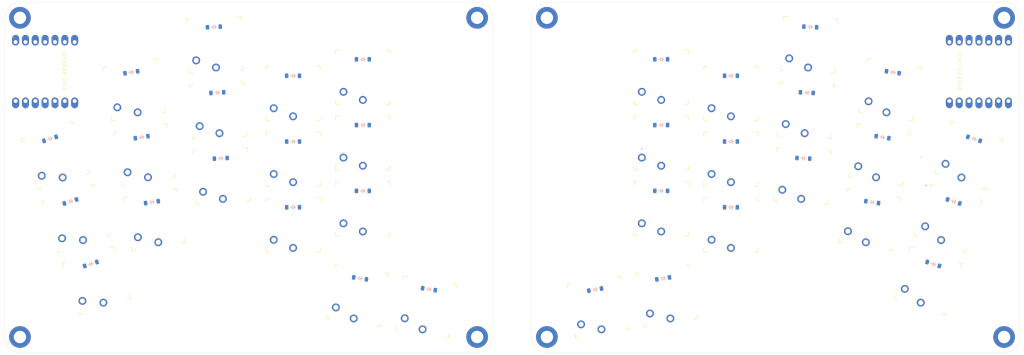
<source format=kicad_pcb>
(kicad_pcb (version 20241229) (generator "pcbnew") (generator_version "9.0")
  (title_block (title "Flexor Keyboard - Wired") (date "2025-08-14") (rev "A") (comment 1 "Wired Version") (comment 2 "34-Key Split Ergonomic Keyboard") (comment 4 "F L E X O R"))
  (layers (0 "F.Cu" signal) (2 "B.Cu" signal) (13 "F.Paste" user) (15 "B.Paste" user) (5 "F.SilkS" user "F.Silkscreen") (7 "B.SilkS" user "B.Silkscreen") (1 "F.Mask" user) (3 "B.Mask" user) (25 "Edge.Cuts" user))
  (net 0 "")
  (net 2 "Net-(D1-A)")
  (net 6 "ROW0_L")
  (net 7 "Net-(D2-A)")
  (net 8 "Net-(D3-A)")
  (net 9 "Net-(D4-A)")
  (net 10 "Net-(D5-A)")
  (net 12 "ROW1_L")
  (net 13 "Net-(D6-A)")
  (net 14 "COL0_L")
  (net 15 "Net-(D7-A)")
  (net 16 "Net-(D8-A)")
  (net 17 "Net-(D9-A)")
  (net 18 "Net-(D10-A)")
  (net 19 "ROW2_L")
  (net 20 "Net-(D11-A)")
  (net 21 "Net-(D12-A)")
  (net 22 "Net-(D13-A)")
  (net 23 "Net-(D14-A)")
  (net 24 "Net-(D15-A)")
  (net 25 "ROW3_L")
  (net 26 "Net-(D16-A)")
  (net 27 "Net-(D17-A)")
  (net 28 "Net-(D18-A)")
  (net 29 "ROW1_R")
  (net 30 "Net-(D19-A)")
  (net 31 "Net-(D20-A)")
  (net 32 "Net-(D21-A)")
  (net 33 "Net-(D22-A)")
  (net 34 "ROW2_R")
  (net 35 "Net-(D23-A)")
  (net 36 "Net-(D24-A)")
  (net 37 "Net-(D25-A)")
  (net 38 "Net-(D26-A)")
  (net 39 "Net-(D27-A)")
  (net 40 "Net-(D28-A)")
  (net 41 "ROW3_R")
  (net 42 "Net-(D29-A)")
  (net 43 "Net-(D30-A)")
  (net 44 "Net-(D31-A)")
  (net 45 "Net-(D32-A)")
  (net 46 "Net-(D33-A)")
  (net 47 "Net-(D34-A)")
  (net 48 "COL1_L")
  (net 49 "COL2_L")
  (net 50 "COL3_L")
  (net 51 "COL4_L")
  (net 52 "COL1_R")
  (net 53 "COL2_R")
  (net 54 "COL3_R")
  (net 55 "COL4_R")
  (net 58 "ROW0_R")
  (net 62 "COL0_R")
  (footprint "Diode:1N4148W_SOD-123_SMD" (layer "F.Cu") (at 188.499998 91.727657)
    (property "Reference" "D23" (hide yes))
    (property "Value" "1N4148W" (hide yes))
    (pad "1" smd roundrect (at 1.65 0 180) (size 0.9 1.2) (layers "B.Cu" "B.Mask" "B.Paste") (net 29 "ROW1_R"))
    (pad "2" smd roundrect (at -1.65 0 180) (size 0.9 1.2) (layers "B.Cu" "B.Mask" "B.Paste") (net 35 "Net-(D23-A)"))
  )
  (footprint "Kailh:PG1350_Choc_V1" (layer "F.Cu") (at 188.500002 96.327657)
    (property "Reference" "SW23")
    (property "Value" "PG1350" (hide yes))
    (pad "" np_thru_hole circle (at -5.5 0) (size 1.7018 1.7018) (drill 1.7018) (layers "*.Cu" "*.Mask"))
    (pad "" np_thru_hole circle (at 0 0) (size 3.429 3.429) (drill 3.429) (layers "*.Cu" "*.Mask"))
    (pad "" np_thru_hole circle (at 5.5 0) (size 1.7018 1.7018) (drill 1.7018) (layers "*.Cu" "*.Mask"))
    (pad "1" thru_hole circle (at 0 5.9) (size 2.032 2.032) (drill 1.27) (layers "*.Cu" "*.Mask") (net 55 "COL4_R"))
    (pad "2" thru_hole circle (at -5 3.8) (size 2.032 2.032) (drill 1.27) (layers "*.Cu" "*.Mask") (net 35 "Net-(D23-A)"))
  )
  (footprint "Mounting_Hole:3.2mm_M3_DIN965_Pad" (layer "F.Cu") (at 159 146.5)
    (property "Reference" "H7")
    (property "Value" "MountingHole")
    (pad "1" thru_hole circle (at 0 0) (size 5.6 5.6) (drill 3.2) (layers "*.Cu" "*.Mask"))
  )
  (footprint "Mounting_Hole:3.2mm_M3_DIN965_Pad" (layer "F.Cu") (at 159 64 180)
    (property "Reference" "H5")
    (property "Value" "MountingHole")
    (pad "1" thru_hole circle (at 0 0 180) (size 5.6 5.6) (drill 3.2) (layers "*.Cu" "*.Mask"))
  )
  (footprint "Kailh:PG1350_Choc_V1" (layer "F.Cu") (at 111.499996 79.327658)
    (property "Reference" "SW5")
    (property "Value" "PG1350" (hide yes))
    (pad "" np_thru_hole circle (at -5.5 0.000001) (size 1.7018 1.7018) (drill 1.7018) (layers "*.Cu" "*.Mask"))
    (pad "" np_thru_hole circle (at 0 0) (size 3.429 3.429) (drill 3.429) (layers "*.Cu" "*.Mask"))
    (pad "" np_thru_hole circle (at 5.5 -0.000001) (size 1.7018 1.7018) (drill 1.7018) (layers "*.Cu" "*.Mask"))
    (pad "1" thru_hole circle (at 0 5.9) (size 2.032 2.032) (drill 1.27) (layers "*.Cu" "*.Mask") (net 51 "COL4_L"))
    (pad "2" thru_hole circle (at -4.999999 3.800001) (size 2.032 2.032) (drill 1.27) (layers "*.Cu" "*.Mask") (net 10 "Net-(D5-A)"))
  )
  (footprint "Kailh:PG1350_Choc_V1" (layer "F.Cu") (at 111.499993 113.327657)
    (property "Reference" "SW15")
    (property "Value" "PG1350" (hide yes))
    (pad "" np_thru_hole circle (at -5.5 0.000001) (size 1.7018 1.7018) (drill 1.7018) (layers "*.Cu" "*.Mask"))
    (pad "" np_thru_hole circle (at 0 0) (size 3.429 3.429) (drill 3.429) (layers "*.Cu" "*.Mask"))
    (pad "" np_thru_hole circle (at 5.5 -0.000001) (size 1.7018 1.7018) (drill 1.7018) (layers "*.Cu" "*.Mask"))
    (pad "1" thru_hole circle (at 0 5.9) (size 2.032 2.032) (drill 1.27) (layers "*.Cu" "*.Mask") (net 51 "COL4_L"))
    (pad "2" thru_hole circle (at -4.999999 3.800001) (size 2.032 2.032) (drill 1.27) (layers "*.Cu" "*.Mask") (net 24 "Net-(D15-A)"))
  )
  (footprint "Mounting_Hole:3.2mm_M3_DIN965_Pad" (layer "F.Cu") (at 23 146.5)
    (property "Reference" "H3")
    (property "Value" "MountingHole")
    (pad "1" thru_hole circle (at 0 0) (size 5.6 5.6) (drill 3.2) (layers "*.Cu" "*.Mask"))
  )
  (footprint "Diode:1N4148W_SOD-123_SMD" (layer "F.Cu") (at 188.500001 74.727656)
    (property "Reference" "D18" (hide yes))
    (property "Value" "1N4148W" (hide yes))
    (pad "1" smd roundrect (at 1.65 0 180) (size 0.9 1.2) (layers "B.Cu" "B.Mask" "B.Paste") (net 58 "ROW0_R"))
    (pad "2" smd roundrect (at -1.65 0 180) (size 0.9 1.2) (layers "B.Cu" "B.Mask" "B.Paste") (net 28 "Net-(D18-A)"))
  )
  (footprint "Kailh:PG1350_Choc_V1" (layer "F.Cu") (at 55.121315 99.406368 9)
    (property "Reference" "SW7")
    (property "Value" "PG1350" (hide yes))
    (pad "" np_thru_hole circle (at -5.5 0 9) (size 1.7018 1.7018) (drill 1.7018) (layers "*.Cu" "*.Mask"))
    (pad "" np_thru_hole circle (at 0 0 9) (size 3.429 3.429) (drill 3.429) (layers "*.Cu" "*.Mask"))
    (pad "" np_thru_hole circle (at 5.5 0 9) (size 1.7018 1.7018) (drill 1.7018) (layers "*.Cu" "*.Mask"))
    (pad "1" thru_hole circle (at 0 5.9 9) (size 2.032 2.032) (drill 1.27) (layers "*.Cu" "*.Mask") (net 48 "COL1_L"))
    (pad "2" thru_hole circle (at -5.000001 3.800002 9) (size 2.032 2.032) (drill 1.27) (layers "*.Cu" "*.Mask") (net 15 "Net-(D7-A)"))
  )
  (footprint "Kailh:PG1350_Choc_V1" (layer "F.Cu") (at 206.499998 83.577661)
    (property "Reference" "SW19")
    (property "Value" "PG1350" (hide yes))
    (pad "" np_thru_hole circle (at -5.5 0) (size 1.7018 1.7018) (drill 1.7018) (layers "*.Cu" "*.Mask"))
    (pad "" np_thru_hole circle (at 0 0) (size 3.429 3.429) (drill 3.429) (layers "*.Cu" "*.Mask"))
    (pad "" np_thru_hole circle (at 5.5 0) (size 1.7018 1.7018) (drill 1.7018) (layers "*.Cu" "*.Mask"))
    (pad "1" thru_hole circle (at 0 5.9) (size 2.032 2.032) (drill 1.27) (layers "*.Cu" "*.Mask") (net 54 "COL3_R"))
    (pad "2" thru_hole circle (at -5 3.8) (size 2.032 2.032) (drill 1.27) (layers "*.Cu" "*.Mask") (net 30 "Net-(D19-A)"))
  )
  (footprint "Kailh:PG1350_Choc_V1" (layer "F.Cu") (at 42.70856 132.003421 18)
    (property "Reference" "SW11")
    (property "Value" "PG1350" (hide yes))
    (pad "" np_thru_hole circle (at -5.499999 0.000001 18) (size 1.7018 1.7018) (drill 1.7018) (layers "*.Cu" "*.Mask"))
    (pad "" np_thru_hole circle (at 0 0 18) (size 3.429 3.429) (drill 3.429) (layers "*.Cu" "*.Mask"))
    (pad "" np_thru_hole circle (at 5.499999 -0.000001 18) (size 1.7018 1.7018) (drill 1.7018) (layers "*.Cu" "*.Mask"))
    (pad "1" thru_hole circle (at 0.000001 5.900001 18) (size 2.032 2.032) (drill 1.27) (layers "*.Cu" "*.Mask") (net 14 "COL0_L"))
    (pad "2" thru_hole circle (at -4.999999 3.8 18) (size 2.032 2.032) (drill 1.27) (layers "*.Cu" "*.Mask") (net 20 "Net-(D11-A)"))
  )
  (footprint "Kailh:PG1350_Choc_V1" (layer "F.Cu") (at 32.201986 99.667498 18)
    (property "Reference" "SW1")
    (property "Value" "PG1350" (hide yes))
    (pad "" np_thru_hole circle (at -5.499999 0.000001 18) (size 1.7018 1.7018) (drill 1.7018) (layers "*.Cu" "*.Mask"))
    (pad "" np_thru_hole circle (at 0 0 18) (size 3.429 3.429) (drill 3.429) (layers "*.Cu" "*.Mask"))
    (pad "" np_thru_hole circle (at 5.499999 -0.000001 18) (size 1.7018 1.7018) (drill 1.7018) (layers "*.Cu" "*.Mask"))
    (pad "1" thru_hole circle (at 0.000001 5.900001 18) (size 2.032 2.032) (drill 1.27) (layers "*.Cu" "*.Mask") (net 14 "COL0_L"))
    (pad "2" thru_hole circle (at -4.999999 3.8 18) (size 2.032 2.032) (drill 1.27) (layers "*.Cu" "*.Mask") (net 2 "Net-(D1-A)"))
  )
  (footprint "Diode:1N4148W_SOD-123_SMD" (layer "F.Cu") (at 51.74236 78.072293 9)
    (property "Reference" "D2" (hide yes))
    (property "Value" "1N4148W" (hide yes))
    (pad "1" smd roundrect (at 1.65 0 189) (size 0.9 1.2) (layers "B.Cu" "B.Mask" "B.Paste") (net 6 "ROW0_L"))
    (pad "2" smd roundrect (at -1.65 0 189) (size 0.9 1.2) (layers "B.Cu" "B.Mask" "B.Paste") (net 7 "Net-(D2-A)"))
  )
  (footprint "Diode:1N4148W_SOD-123_SMD" (layer "F.Cu") (at 248.274304 78.072076 -9)
    (property "Reference" "D21" (hide yes))
    (property "Value" "1N4148W" (hide yes))
    (pad "1" smd roundrect (at 1.65 0 171) (size 0.9 1.2) (layers "B.Cu" "B.Mask" "B.Paste") (net 58 "ROW0_R"))
    (pad "2" smd roundrect (at -1.65 0 171) (size 0.9 1.2) (layers "B.Cu" "B.Mask" "B.Paste") (net 32 "Net-(D21-A)"))
  )
  (footprint "Diode:1N4148W_SOD-123_SMD" (layer "F.Cu") (at 73.047319 66.365711 3)
    (property "Reference" "D3" (hide yes))
    (property "Value" "1N4148W" (hide yes))
    (pad "1" smd roundrect (at 1.649999 -0.000001 183) (size 0.9 1.2) (layers "B.Cu" "B.Mask" "B.Paste") (net 6 "ROW0_L"))
    (pad "2" smd roundrect (at -1.649999 0.000001 183) (size 0.9 1.2) (layers "B.Cu" "B.Mask" "B.Paste") (net 8 "Net-(D3-A)"))
  )
  (footprint "Kailh:PG1350_Choc_V1" (layer "F.Cu") (at 267.815291 99.667306 -18)
    (property "Reference" "SW22")
    (property "Value" "PG1350" (hide yes))
    (pad "" np_thru_hole circle (at -5.5 0 342) (size 1.7018 1.7018) (drill 1.7018) (layers "*.Cu" "*.Mask"))
    (pad "" np_thru_hole circle (at 0 0 342) (size 3.429 3.429) (drill 3.429) (layers "*.Cu" "*.Mask"))
    (pad "" np_thru_hole circle (at 5.5 0 342) (size 1.7018 1.7018) (drill 1.7018) (layers "*.Cu" "*.Mask"))
    (pad "1" thru_hole circle (at 0 5.899999 342) (size 2.032 2.032) (drill 1.27) (layers "*.Cu" "*.Mask") (net 62 "COL0_R"))
    (pad "2" thru_hole circle (at -5 3.8 342) (size 2.032 2.032) (drill 1.27) (layers "*.Cu" "*.Mask") (net 33 "Net-(D22-A)"))
  )
  (footprint "Diode:1N4148W_SOD-123_SMD" (layer "F.Cu") (at 206.500003 95.977658)
    (property "Reference" "D24" (hide yes))
    (property "Value" "1N4148W" (hide yes))
    (pad "1" smd roundrect (at 1.65 0 180) (size 0.9 1.2) (layers "B.Cu" "B.Mask" "B.Paste") (net 29 "ROW1_R"))
    (pad "2" smd roundrect (at -1.65 0 180) (size 0.9 1.2) (layers "B.Cu" "B.Mask" "B.Paste") (net 36 "Net-(D24-A)"))
  )
  (footprint "Kailh:PG1350_Choc_V1" (layer "F.Cu") (at 127.837886 138.696737 -9)
    (property "Reference" "SW17")
    (property "Value" "PG1350" (hide yes))
    (pad "" np_thru_hole circle (at -5.5 0 351) (size 1.7018 1.7018) (drill 1.7018) (layers "*.Cu" "*.Mask"))
    (pad "" np_thru_hole circle (at 0 0 351) (size 3.429 3.429) (drill 3.429) (layers "*.Cu" "*.Mask"))
    (pad "" np_thru_hole circle (at 5.5 0 351) (size 1.7018 1.7018) (drill 1.7018) (layers "*.Cu" "*.Mask"))
    (pad "1" thru_hole circle (at 0 5.899999 351) (size 2.032 2.032) (drill 1.27) (layers "*.Cu" "*.Mask") (net 51 "COL4_L"))
    (pad "2" thru_hole circle (at -5 3.8 351) (size 2.032 2.032) (drill 1.27) (layers "*.Cu" "*.Mask") (net 27 "Net-(D17-A)"))
  )
  (footprint "Diode:1N4148W_SOD-123_SMD" (layer "F.Cu") (at 171.458153 134.252141 9.5)
    (property "Reference" "D33" (hide yes))
    (property "Value" "1N4148W" (hide yes))
    (pad "1" smd roundrect (at 1.65 0 189.5) (size 0.9 1.2) (layers "B.Cu" "B.Mask" "B.Paste") (net 41 "ROW3_R"))
    (pad "2" smd roundrect (at -1.65 0 189.5) (size 0.9 1.2) (layers "B.Cu" "B.Mask" "B.Paste") (net 46 "Net-(D33-A)"))
  )
  (footprint "Mounting_Hole:3.2mm_M3_DIN965_Pad" (layer "F.Cu") (at 141 64 180)
    (property "Reference" "H2")
    (property "Value" "MountingHole")
    (pad "1" thru_hole circle (at 0 0 180) (size 5.6 5.6) (drill 3.2) (layers "*.Cu" "*.Mask"))
  )
  (footprint "Diode:1N4148W_SOD-123_SMD" (layer "F.Cu") (at 30.780506 95.292645 18)
    (property "Reference" "D1" (hide yes))
    (property "Value" "1N4148W" (hide yes))
    (pad "1" smd roundrect (at 1.65 0 198) (size 0.9 1.2) (layers "B.Cu" "B.Mask" "B.Paste") (net 6 "ROW0_L"))
    (pad "2" smd roundrect (at -1.65 0 198) (size 0.9 1.2) (layers "B.Cu" "B.Mask" "B.Paste") (net 2 "Net-(D1-A)"))
  )
  (footprint "Diode:1N4148W_SOD-123_SMD" (layer "F.Cu") (at 111.499995 108.727658)
    (property "Reference" "D15" (hide yes))
    (property "Value" "1N4148W" (hide yes))
    (pad "1" smd roundrect (at 1.65 0 180) (size 0.9 1.2) (layers "B.Cu" "B.Mask" "B.Paste") (net 19 "ROW2_L"))
    (pad "2" smd roundrect (at -1.65 0 180) (size 0.9 1.2) (layers "B.Cu" "B.Mask" "B.Paste") (net 24 "Net-(D15-A)"))
  )
  (footprint "Kailh:PG1350_Choc_V1" (layer "F.Cu") (at 188.499996 79.327659)
    (property "Reference" "SW18")
    (property "Value" "PG1350" (hide yes))
    (pad "" np_thru_hole circle (at -5.5 0) (size 1.7018 1.7018) (drill 1.7018) (layers "*.Cu" "*.Mask"))
    (pad "" np_thru_hole circle (at 0 0) (size 3.429 3.429) (drill 3.429) (layers "*.Cu" "*.Mask"))
    (pad "" np_thru_hole circle (at 5.5 0) (size 1.7018 1.7018) (drill 1.7018) (layers "*.Cu" "*.Mask"))
    (pad "1" thru_hole circle (at 0 5.9) (size 2.032 2.032) (drill 1.27) (layers "*.Cu" "*.Mask") (net 55 "COL4_R"))
    (pad "2" thru_hole circle (at -5 3.8) (size 2.032 2.032) (drill 1.27) (layers "*.Cu" "*.Mask") (net 28 "Net-(D18-A)"))
  )
  (footprint "Diode:1N4148W_SOD-123_SMD" (layer "F.Cu") (at 242.955536 111.653488 -9)
    (property "Reference" "D31" (hide yes))
    (property "Value" "1N4148W" (hide yes))
    (pad "1" smd roundrect (at 1.65 0 171) (size 0.9 1.2) (layers "B.Cu" "B.Mask" "B.Paste") (net 34 "ROW2_R"))
    (pad "2" smd roundrect (at -1.65 0 171) (size 0.9 1.2) (layers "B.Cu" "B.Mask" "B.Paste") (net 44 "Net-(D31-A)"))
  )
  (footprint "Kailh:PG1350_Choc_V1" (layer "F.Cu") (at 93.499997 83.57766)
    (property "Reference" "SW4")
    (property "Value" "PG1350" (hide yes))
    (pad "" np_thru_hole circle (at -5.5 0.000001) (size 1.7018 1.7018) (drill 1.7018) (layers "*.Cu" "*.Mask"))
    (pad "" np_thru_hole circle (at 0 0) (size 3.429 3.429) (drill 3.429) (layers "*.Cu" "*.Mask"))
    (pad "" np_thru_hole circle (at 5.5 -0.000001) (size 1.7018 1.7018) (drill 1.7018) (layers "*.Cu" "*.Mask"))
    (pad "1" thru_hole circle (at 0 5.9) (size 2.032 2.032) (drill 1.27) (layers "*.Cu" "*.Mask") (net 50 "COL3_L"))
    (pad "2" thru_hole circle (at -4.999999 3.800001) (size 2.032 2.032) (drill 1.27) (layers "*.Cu" "*.Mask") (net 9 "Net-(D4-A)"))
  )
  (footprint "Seed Studio:XIAO_RP2040_SMD" (layer "F.Cu") (at 270.5 77.879994 -90)
    (property "Reference" "U2" (hide yes))
    (property "Value" "RP2040" (hide yes))
    (fp_text user "XIAO RP2040" (at 0 5.6 270) (layer "F.SilkS") (effects (font (thickness 0.1)) (justify bottom)))
    (pad "1" thru_hole oval (at -7.61 -7.62 270) (size 2.75 1.8) (drill 1 (offset -0.475 0)) (layers "*.Cu" "*.Mask") (net 58 "ROW0_R"))
    (pad "2" thru_hole oval (at -7.61 -5.08 270) (size 2.75 1.8) (drill 1 (offset -0.475 0)) (layers "*.Cu" "*.Mask") (net 29 "ROW1_R"))
    (pad "3" thru_hole oval (at -7.61 -2.54 270) (size 2.75 1.8) (drill 1 (offset -0.475 0)) (layers "*.Cu" "*.Mask") (net 34 "ROW2_R"))
    (pad "4" thru_hole oval (at -7.61 0 270) (size 2.75 1.8) (drill 1 (offset -0.475 0)) (layers "*.Cu" "*.Mask") (net 41 "ROW3_R"))
    (pad "5" thru_hole oval (at -7.61 2.54 270) (size 2.75 1.8) (drill 1 (offset -0.475 0)) (layers "*.Cu" "*.Mask") (net 62 "COL0_R"))
    (pad "6" thru_hole oval (at -7.61 5.08 270) (size 2.75 1.8) (drill 1 (offset -0.475 0)) (layers "*.Cu" "*.Mask") (net 52 "COL1_R"))
    (pad "7" thru_hole oval (at -7.61 7.62 270) (size 2.75 1.8) (drill 1 (offset -0.475 0)) (layers "*.Cu" "*.Mask"))
    (pad "8" thru_hole oval (at 7.63 7.62 90) (size 2.75 1.8) (drill 1 (offset -0.475 0)) (layers "*.Cu" "*.Mask"))
    (pad "9" thru_hole oval (at 7.63 5.08 90) (size 2.75 1.8) (drill 1 (offset -0.475 0)) (layers "*.Cu" "*.Mask") (net 55 "COL4_R"))
    (pad "10" thru_hole oval (at 7.63 2.54 90) (size 2.75 1.8) (drill 1 (offset -0.475 0)) (layers "*.Cu" "*.Mask") (net 54 "COL3_R"))
    (pad "11" thru_hole oval (at 7.63 0 90) (size 2.75 1.8) (drill 1 (offset -0.475 0)) (layers "*.Cu" "*.Mask") (net 53 "COL2_R"))
    (pad "12" thru_hole oval (at 7.63 -2.54 90) (size 2.75 1.8) (drill 1 (offset -0.475 0)) (layers "*.Cu" "*.Mask"))
    (pad "13" thru_hole oval (at 7.63 -5.08 90) (size 2.75 1.8) (drill 1 (offset -0.475 0)) (layers "*.Cu" "*.Mask") (thermal_bridge_width 0.8))
    (pad "14" thru_hole oval (at 7.63 -7.62 90) (size 2.75 1.8) (drill 1 (offset -0.475 0)) (layers "*.Cu" "*.Mask"))
  )
  (footprint "Diode:1N4148W_SOD-123_SMD" (layer "F.Cu") (at 189.004473 131.356951 9)
    (property "Reference" "D34" (hide yes))
    (property "Value" "1N4148W" (hide yes))
    (pad "1" smd roundrect (at 1.65 0 189) (size 0.9 1.2) (layers "B.Cu" "B.Mask" "B.Paste") (net 41 "ROW3_R"))
    (pad "2" smd roundrect (at -1.65 0 189) (size 0.9 1.2) (layers "B.Cu" "B.Mask" "B.Paste") (net 47 "Net-(D34-A)"))
  )
  (footprint "Kailh:PG1350_Choc_V1" (layer "F.Cu") (at 93.499994 117.577655)
    (property "Reference" "SW14")
    (property "Value" "PG1350" (hide yes))
    (pad "" np_thru_hole circle (at -5.5 0.000001) (size 1.7018 1.7018) (drill 1.7018) (layers "*.Cu" "*.Mask"))
    (pad "" np_thru_hole circle (at 0 0) (size 3.429 3.429) (drill 3.429) (layers "*.Cu" "*.Mask"))
    (pad "" np_thru_hole circle (at 5.5 -0.000001) (size 1.7018 1.7018) (drill 1.7018) (layers "*.Cu" "*.Mask"))
    (pad "1" thru_hole circle (at 0 5.9) (size 2.032 2.032) (drill 1.27) (layers "*.Cu" "*.Mask") (net 50 "COL3_L"))
    (pad "2" thru_hole circle (at -4.999999 3.800001) (size 2.032 2.032) (drill 1.27) (layers "*.Cu" "*.Mask") (net 23 "Net-(D14-A)"))
  )
  (footprint "Kailh:PG1350_Choc_V1" (layer "F.Cu") (at 206.500005 100.577659)
    (property "Reference" "SW24")
    (property "Value" "PG1350" (hide yes))
    (pad "" np_thru_hole circle (at -5.5 0) (size 1.7018 1.7018) (drill 1.7018) (layers "*.Cu" "*.Mask"))
    (pad "" np_thru_hole circle (at 0 0) (size 3.429 3.429) (drill 3.429) (layers "*.Cu" "*.Mask"))
    (pad "" np_thru_hole circle (at 5.5 0) (size 1.7018 1.7018) (drill 1.7018) (layers "*.Cu" "*.Mask"))
    (pad "1" thru_hole circle (at 0 5.9) (size 2.032 2.032) (drill 1.27) (layers "*.Cu" "*.Mask") (net 54 "COL3_R"))
    (pad "2" thru_hole circle (at -5 3.8) (size 2.032 2.032) (drill 1.27) (layers "*.Cu" "*.Mask") (net 36 "Net-(D24-A)"))
  )
  (footprint "Kailh:PG1350_Choc_V1" (layer "F.Cu") (at 57.780701 116.197067 9)
    (property "Reference" "SW12")
    (property "Value" "PG1350" (hide yes))
    (pad "" np_thru_hole circle (at -5.5 0 9) (size 1.7018 1.7018) (drill 1.7018) (layers "*.Cu" "*.Mask"))
    (pad "" np_thru_hole circle (at 0 0 9) (size 3.429 3.429) (drill 3.429) (layers "*.Cu" "*.Mask"))
    (pad "" np_thru_hole circle (at 5.5 0 9) (size 1.7018 1.7018) (drill 1.7018) (layers "*.Cu" "*.Mask"))
    (pad "1" thru_hole circle (at 0 5.9 9) (size 2.032 2.032) (drill 1.27) (layers "*.Cu" "*.Mask") (net 48 "COL1_L"))
    (pad "2" thru_hole circle (at -5.000001 3.800002 9) (size 2.032 2.032) (drill 1.27) (layers "*.Cu" "*.Mask") (net 21 "Net-(D12-A)"))
  )
  (footprint "Kailh:PG1350_Choc_V1" (layer "F.Cu") (at 188.500001 113.327657)
    (property "Reference" "SW28")
    (property "Value" "PG1350" (hide yes))
    (pad "" np_thru_hole circle (at -5.5 0) (size 1.7018 1.7018) (drill 1.7018) (layers "*.Cu" "*.Mask"))
    (pad "" np_thru_hole circle (at 0 0) (size 3.429 3.429) (drill 3.429) (layers "*.Cu" "*.Mask"))
    (pad "" np_thru_hole circle (at 5.5 0) (size 1.7018 1.7018) (drill 1.7018) (layers "*.Cu" "*.Mask"))
    (pad "1" thru_hole circle (at 0 5.9) (size 2.032 2.032) (drill 1.27) (layers "*.Cu" "*.Mask") (net 55 "COL4_R"))
    (pad "2" thru_hole circle (at -5 3.8) (size 2.032 2.032) (drill 1.27) (layers "*.Cu" "*.Mask") (net 40 "Net-(D28-A)"))
  )
  (footprint "Kailh:PG1350_Choc_V1" (layer "F.Cu") (at 52.461941 82.615659 9)
    (property "Reference" "SW2")
    (property "Value" "PG1350" (hide yes))
    (pad "" np_thru_hole circle (at -5.5 0 9) (size 1.7018 1.7018) (drill 1.7018) (layers "*.Cu" "*.Mask"))
    (pad "" np_thru_hole circle (at 0 0 9) (size 3.429 3.429) (drill 3.429) (layers "*.Cu" "*.Mask"))
    (pad "" np_thru_hole circle (at 5.5 0 9) (size 1.7018 1.7018) (drill 1.7018) (layers "*.Cu" "*.Mask"))
    (pad "1" thru_hole circle (at 0 5.9 9) (size 2.032 2.032) (drill 1.27) (layers "*.Cu" "*.Mask") (net 48 "COL1_L"))
    (pad "2" thru_hole circle (at -5.000001 3.800002 9) (size 2.032 2.032) (drill 1.27) (layers "*.Cu" "*.Mask") (net 7 "Net-(D2-A)"))
  )
  (footprint "Kailh:PG1350_Choc_V1" (layer "F.Cu") (at 244.895338 99.406147 -8.999)
    (property "Reference" "SW26")
    (property "Value" "PG1350" (hide yes))
    (pad "" np_thru_hole circle (at -5.5 0 351.001) (size 1.7018 1.7018) (drill 1.7018) (layers "*.Cu" "*.Mask"))
    (pad "" np_thru_hole circle (at 0 0 351.001) (size 3.429 3.429) (drill 3.429) (layers "*.Cu" "*.Mask"))
    (pad "" np_thru_hole circle (at 5.5 0 351.001) (size 1.7018 1.7018) (drill 1.7018) (layers "*.Cu" "*.Mask"))
    (pad "1" thru_hole circle (at 0 5.9 351.001) (size 2.032 2.032) (drill 1.27) (layers "*.Cu" "*.Mask") (net 52 "COL1_R"))
    (pad "2" thru_hole circle (at -5 3.8 351.001) (size 2.032 2.032) (drill 1.27) (layers "*.Cu" "*.Mask") (net 38 "Net-(D26-A)"))
  )
  (footprint "Diode:1N4148W_SOD-123_SMD" (layer "F.Cu") (at 226.081603 83.342477 -3)
    (property "Reference" "D25" (hide yes))
    (property "Value" "1N4148W" (hide yes))
    (pad "1" smd roundrect (at 1.65 0 177) (size 0.9 1.2) (layers "B.Cu" "B.Mask" "B.Paste") (net 29 "ROW1_R"))
    (pad "2" smd roundrect (at -1.65 0 177) (size 0.9 1.2) (layers "B.Cu" "B.Mask" "B.Paste") (net 37 "Net-(D25-A)"))
  )
  (footprint "Diode:1N4148W_SOD-123_SMD" (layer "F.Cu") (at 206.500001 112.977659)
    (property "Reference" "D29" (hide yes))
    (property "Value" "1N4148W" (hide yes))
    (pad "1" smd roundrect (at 1.65 0 180) (size 0.9 1.2) (layers "B.Cu" "B.Mask" "B.Paste") (net 34 "ROW2_R"))
    (pad "2" smd roundrect (at -1.65 0 180) (size 0.9 1.2) (layers "B.Cu" "B.Mask" "B.Paste") (net 42 "Net-(D29-A)"))
  )
  (footprint "Diode:1N4148W_SOD-123_SMD" (layer "F.Cu") (at 36.03381 111.460597 18)
    (property "Reference" "D6" (hide yes))
    (property "Value" "1N4148W" (hide yes))
    (pad "1" smd roundrect (at 1.65 0 198) (size 0.9 1.2) (layers "B.Cu" "B.Mask" "B.Paste") (net 12 "ROW1_L"))
    (pad "2" smd roundrect (at -1.65 0 198) (size 0.9 1.2) (layers "B.Cu" "B.Mask" "B.Paste") (net 13 "Net-(D6-A)"))
  )
  (footprint "Kailh:PG1350_Choc_V1" (layer "F.Cu") (at 37.455288 115.835463 18)
    (property "Reference" "SW6")
    (property "Value" "PG1350" (hide yes))
    (pad "" np_thru_hole circle (at -5.499999 0.000001 18) (size 1.7018 1.7018) (drill 1.7018) (layers "*.Cu" "*.Mask"))
    (pad "" np_thru_hole circle (at 0 0 18) (size 3.429 3.429) (drill 3.429) (layers "*.Cu" "*.Mask"))
    (pad "" np_thru_hole circle (at 5.499999 -0.000001 18) (size 1.7018 1.7018) (drill 1.7018) (layers "*.Cu" "*.Mask"))
    (pad "1" thru_hole circle (at 0.000001 5.900001 18) (size 2.032 2.032) (drill 1.27) (layers "*.Cu" "*.Mask") (net 14 "COL0_L"))
    (pad "2" thru_hole circle (at -4.999999 3.8 18) (size 2.032 2.032) (drill 1.27) (layers "*.Cu" "*.Mask") (net 13 "Net-(D6-A)"))
  )
  (footprint "Kailh:PG1350_Choc_V1" (layer "F.Cu") (at 189.940498 135.880918 9)
    (property "Reference" "SW34")
    (property "Value" "PG1350" (hide yes))
    (pad "" np_thru_hole circle (at -5.5 0 9) (size 1.7018 1.7018) (drill 1.7018) (layers "*.Cu" "*.Mask"))
    (pad "" np_thru_hole circle (at 0 0 9) (size 3.429 3.429) (drill 3.429) (layers "*.Cu" "*.Mask"))
    (pad "" np_thru_hole circle (at 5.5 0 9) (size 1.7018 1.7018) (drill 1.7018) (layers "*.Cu" "*.Mask"))
    (pad "1" thru_hole circle (at 0 5.9 9) (size 2.032 2.032) (drill 1.27) (layers "*.Cu" "*.Mask") (net 54 "COL3_R"))
    (pad "2" thru_hole circle (at -5 3.8 9) (size 2.032 2.032) (drill 1.27) (layers "*.Cu" "*.Mask") (net 47 "Net-(D34-A)"))
  )
  (footprint "Diode:1N4148W_SOD-123_SMD" (layer "F.Cu") (at 111.500012 91.727658)
    (property "Reference" "D10" (hide yes))
    (property "Value" "1N4148W" (hide yes))
    (pad "1" smd roundrect (at 1.65 0 180) (size 0.9 1.2) (layers "B.Cu" "B.Mask" "B.Paste") (net 12 "ROW1_L"))
    (pad "2" smd roundrect (at -1.65 0 180) (size 0.9 1.2) (layers "B.Cu" "B.Mask" "B.Paste") (net 18 "Net-(D10-A)"))
  )
  (footprint "Diode:1N4148W_SOD-123_SMD" (layer "F.Cu") (at 57.061099 111.653702 9)
    (property "Reference" "D12" (hide yes))
    (property "Value" "1N4148W" (hide yes))
    (pad "1" smd roundrect (at 1.65 0 189) (size 0.9 1.2) (layers "B.Cu" "B.Mask" "B.Paste") (net 19 "ROW2_L"))
    (pad "2" smd roundrect (at -1.65 0 189) (size 0.9 1.2) (layers "B.Cu" "B.Mask" "B.Paste") (net 21 "Net-(D12-A)"))
  )
  (footprint "Kailh:PG1350_Choc_V1" (layer "F.Cu") (at 93.499997 100.577656)
    (property "Reference" "SW9")
    (property "Value" "PG1350" (hide yes))
    (pad "" np_thru_hole circle (at -5.5 0.000001) (size 1.7018 1.7018) (drill 1.7018) (layers "*.Cu" "*.Mask"))
    (pad "" np_thru_hole circle (at 0 0) (size 3.429 3.429) (drill 3.429) (layers "*.Cu" "*.Mask"))
    (pad "" np_thru_hole circle (at 5.5 -0.000001) (size 1.7018 1.7018) (drill 1.7018) (layers "*.Cu" "*.Mask"))
    (pad "1" thru_hole circle (at 0 5.9) (size 2.032 2.032) (drill 1.27) (layers "*.Cu" "*.Mask") (net 50 "COL3_L"))
    (pad "2" thru_hole circle (at -4.999999 3.800001) (size 2.032 2.032) (drill 1.27) (layers "*.Cu" "*.Mask") (net 17 "Net-(D9-A)"))
  )
  (footprint "Kailh:PG1350_Choc_V1" (layer "F.Cu") (at 73.28805 70.959407 3)
    (property "Reference" "SW3")
    (property "Value" "PG1350" (hide yes))
    (pad "" np_thru_hole circle (at -5.5 -0.000001 3) (size 1.7018 1.7018) (drill 1.7018) (layers "*.Cu" "*.Mask"))
    (pad "" np_thru_hole circle (at 0 0 3) (size 3.429 3.429) (drill 3.429) (layers "*.Cu" "*.Mask"))
    (pad "" np_thru_hole circle (at 5.5 0.000001 3) (size 1.7018 1.7018) (drill 1.7018) (layers "*.Cu" "*.Mask"))
    (pad "1" thru_hole circle (at 0 5.9 3) (size 2.032 2.032) (drill 1.27) (layers "*.Cu" "*.Mask") (net 49 "COL2_L"))
    (pad "2" thru_hole circle (at -5 3.8 3) (size 2.032 2.032) (drill 1.27) (layers "*.Cu" "*.Mask") (net 8 "Net-(D3-A)"))
  )
  (footprint "Diode:1N4148W_SOD-123_SMD" (layer "F.Cu") (at 41.2871 127.628558 18)
    (property "Reference" "D11" (hide yes))
    (property "Value" "1N4148W" (hide yes))
    (pad "1" smd roundrect (at 1.65 0 198) (size 0.9 1.2) (layers "B.Cu" "B.Mask" "B.Paste") (net 19 "ROW2_L"))
    (pad "2" smd roundrect (at -1.65 0 198) (size 0.9 1.2) (layers "B.Cu" "B.Mask" "B.Paste") (net 20 "Net-(D11-A)"))
  )
  (footprint "Diode:1N4148W_SOD-123_SMD" (layer "F.Cu") (at 263.983483 111.460412 -18)
    (property "Reference" "D27" (hide yes))
    (property "Value" "1N4148W" (hide yes))
    (pad "1" smd roundrect (at 1.65 0 162) (size 0.9 1.2) (layers "B.Cu" "B.Mask" "B.Paste") (net 29 "ROW1_R"))
    (pad "2" smd roundrect (at -1.65 0 162) (size 0.9 1.2) (layers "B.Cu" "B.Mask" "B.Paste") (net 39 "Net-(D27-A)"))
  )
  (footprint "Kailh:PG1350_Choc_V1" (layer "F.Cu") (at 74.177758 87.936108 3)
    (property "Reference" "SW8")
    (property "Value" "PG1350" (hide yes))
    (pad "" np_thru_hole circle (at -5.5 -0.000001 3) (size 1.7018 1.7018) (drill 1.7018) (layers "*.Cu" "*.Mask"))
    (pad "" np_thru_hole circle (at 0 0 3) (size 3.429 3.429) (drill 3.429) (layers "*.Cu" "*.Mask"))
    (pad "" np_thru_hole circle (at 5.5 0.000001 3) (size 1.7018 1.7018) (drill 1.7018) (layers "*.Cu" "*.Mask"))
    (pad "1" thru_hole circle (at 0 5.9 3) (size 2.032 2.032) (drill 1.27) (layers "*.Cu" "*.Mask") (net 49 "COL2_L"))
    (pad "2" thru_hole circle (at -5 3.8 3) (size 2.032 2.032) (drill 1.27) (layers "*.Cu" "*.Mask") (net 16 "Net-(D8-A)"))
  )
  (footprint "Kailh:PG1350_Choc_V1" (layer "F.Cu") (at 75.067472 104.912812 3)
    (property "Reference" "SW13")
    (property "Value" "PG1350" (hide yes))
    (pad "" np_thru_hole circle (at -5.5 -0.000001 3) (size 1.7018 1.7018) (drill 1.7018) (layers "*.Cu" "*.Mask"))
    (pad "" np_thru_hole circle (at 0 0 3) (size 3.429 3.429) (drill 3.429) (layers "*.Cu" "*.Mask"))
    (pad "" np_thru_hole circle (at 5.5 0.000001 3) (size 1.7018 1.7018) (drill 1.7018) (layers "*.Cu" "*.Mask"))
    (pad "1" thru_hole circle (at 0 5.9 3) (size 2.032 2.032) (drill 1.27) (layers "*.Cu" "*.Mask") (net 49 "COL2_L"))
    (pad "2" thru_hole circle (at -5 3.8 3) (size 2.032 2.032) (drill 1.27) (layers "*.Cu" "*.Mask") (net 22 "Net-(D13-A)"))
  )
  (footprint "Seed Studio:XIAO_RP2040_SMD" (layer "F.Cu") (at 29.5 77.9 90)
    (property "Reference" "U1" (hide yes))
    (property "Value" "RP2040" (hide yes))
    (fp_text user "XIAO RP2040" (at 0 5.6 90) (layer "F.SilkS") (effects (font (thickness 0.1)) (justify bottom)))
    (pad "1" thru_hole oval (at -7.61 -7.62 90) (size 2.75 1.8) (drill 1 (offset -0.475 0)) (layers "*.Cu" "*.Mask") (net 6 "ROW0_L"))
    (pad "2" thru_hole oval (at -7.61 -5.08 90) (size 2.75 1.8) (drill 1 (offset -0.475 0)) (layers "*.Cu" "*.Mask") (net 12 "ROW1_L"))
    (pad "3" thru_hole oval (at -7.61 -2.54 90) (size 2.75 1.8) (drill 1 (offset -0.475 0)) (layers "*.Cu" "*.Mask") (net 19 "ROW2_L"))
    (pad "4" thru_hole oval (at -7.61 0 90) (size 2.75 1.8) (drill 1 (offset -0.475 0)) (layers "*.Cu" "*.Mask") (net 25 "ROW3_L"))
    (pad "5" thru_hole oval (at -7.61 2.54 90) (size 2.75 1.8) (drill 1 (offset -0.475 0)) (layers "*.Cu" "*.Mask") (net 14 "COL0_L"))
    (pad "6" thru_hole oval (at -7.61 5.08 90) (size 2.75 1.8) (drill 1 (offset -0.475 0)) (layers "*.Cu" "*.Mask") (net 48 "COL1_L"))
    (pad "7" thru_hole oval (at -7.61 7.62 90) (size 2.75 1.8) (drill 1 (offset -0.475 0)) (layers "*.Cu" "*.Mask"))
    (pad "8" thru_hole oval (at 7.63 7.62 270) (size 2.75 1.8) (drill 1 (offset -0.475 0)) (layers "*.Cu" "*.Mask"))
    (pad "9" thru_hole oval (at 7.63 5.08 270) (size 2.75 1.8) (drill 1 (offset -0.475 0)) (layers "*.Cu" "*.Mask") (net 51 "COL4_L"))
    (pad "10" thru_hole oval (at 7.63 2.54 270) (size 2.75 1.8) (drill 1 (offset -0.475 0)) (layers "*.Cu" "*.Mask") (net 50 "COL3_L"))
    (pad "11" thru_hole oval (at 7.63 0 270) (size 2.75 1.8) (drill 1 (offset -0.475 0)) (layers "*.Cu" "*.Mask") (net 49 "COL2_L"))
    (pad "12" thru_hole oval (at 7.63 -2.54 270) (size 2.75 1.8) (drill 1 (offset -0.475 0)) (layers "*.Cu" "*.Mask"))
    (pad "13" thru_hole oval (at 7.63 -5.08 270) (size 2.75 1.8) (drill 1 (offset -0.475 0)) (layers "*.Cu" "*.Mask") (thermal_bridge_width 0.8))
    (pad "14" thru_hole oval (at 7.63 -7.62 270) (size 2.75 1.8) (drill 1 (offset -0.475 0)) (layers "*.Cu" "*.Mask"))
  )
  (footprint "Mounting_Hole:3.2mm_M3_DIN965_Pad" (layer "F.Cu") (at 277 64 180)
    (property "Reference" "H6")
    (property "Value" "MountingHole")
    (pad "1" thru_hole circle (at 0 0 180) (size 5.6 5.6) (drill 3.2) (layers "*.Cu" "*.Mask"))
  )
  (footprint "Diode:1N4148W_SOD-123_SMD" (layer "F.Cu") (at 206.500004 78.977657)
    (property "Reference" "D19" (hide yes))
    (property "Value" "1N4148W" (hide yes))
    (pad "1" smd roundrect (at 1.65 0 180) (size 0.9 1.2) (layers "B.Cu" "B.Mask" "B.Paste") (net 58 "ROW0_R"))
    (pad "2" smd roundrect (at -1.65 0 180) (size 0.9 1.2) (layers "B.Cu" "B.Mask" "B.Paste") (net 30 "Net-(D19-A)"))
  )
  (footprint "Kailh:PG1350_Choc_V1" (layer "F.Cu") (at 242.235934 116.196854 -8.999)
    (property "Reference" "SW31")
    (property "Value" "PG1350" (hide yes))
    (pad "" np_thru_hole circle (at -5.5 0 351.001) (size 1.7018 1.7018) (drill 1.7018) (layers "*.Cu" "*.Mask"))
    (pad "" np_thru_hole circle (at 0 0 351.001) (size 3.429 3.429) (drill 3.429) (layers "*.Cu" "*.Mask"))
    (pad "" np_thru_hole circle (at 5.5 0 351.001) (size 1.7018 1.7018) (drill 1.7018) (layers "*.Cu" "*.Mask"))
    (pad "1" thru_hole circle (at 0 5.9 351.001) (size 2.032 2.032) (drill 1.27) (layers "*.Cu" "*.Mask") (net 52 "COL1_R"))
    (pad "2" thru_hole circle (at -5 3.8 351.001) (size 2.032 2.032) (drill 1.27) (layers "*.Cu" "*.Mask") (net 44 "Net-(D31-A)"))
  )
  (footprint "Kailh:PG1350_Choc_V1" (layer "F.Cu") (at 262.562007 115.835277 -18)
    (property "Reference" "SW27")
    (property "Value" "PG1350" (hide yes))
    (pad "" np_thru_hole circle (at -5.5 0 342) (size 1.7018 1.7018) (drill 1.7018) (layers "*.Cu" "*.Mask"))
    (pad "" np_thru_hole circle (at 0 0 342) (size 3.429 3.429) (drill 3.429) (layers "*.Cu" "*.Mask"))
    (pad "" np_thru_hole circle (at 5.5 0 342) (size 1.7018 1.7018) (drill 1.7018) (layers "*.Cu" "*.Mask"))
    (pad "1" thru_hole circle (at 0 5.899999 342) (size 2.032 2.032) (drill 1.27) (layers "*.Cu" "*.Mask") (net 62 "COL0_R"))
    (pad "2" thru_hole circle (at -5 3.8 342) (size 2.032 2.032) (drill 1.27) (layers "*.Cu" "*.Mask") (net 39 "Net-(D27-A)"))
  )
  (footprint "Kailh:PG1350_Choc_V1" (layer "F.Cu") (at 225.838994 87.936077 -3)
    (property "Reference" "SW25")
    (property "Value" "PG1350" (hide yes))
    (pad "" np_thru_hole circle (at -5.5 0 357) (size 1.7018 1.7018) (drill 1.7018) (layers "*.Cu" "*.Mask"))
    (pad "" np_thru_hole circle (at 0 0 357) (size 3.429 3.429) (drill 3.429) (layers "*.Cu" "*.Mask"))
    (pad "" np_thru_hole circle (at 5.5 0 357) (size 1.7018 1.7018) (drill 1.7018) (layers "*.Cu" "*.Mask"))
    (pad "1" thru_hole circle (at 0 5.9 357) (size 2.032 2.032) (drill 1.27) (layers "*.Cu" "*.Mask") (net 53 "COL2_R"))
    (pad "2" thru_hole circle (at -5 3.8 357) (size 2.032 2.032) (drill 1.27) (layers "*.Cu" "*.Mask") (net 37 "Net-(D25-A)"))
  )
  (footprint "Diode:1N4148W_SOD-123_SMD" (layer "F.Cu") (at 93.500012 78.977656)
    (property "Reference" "D4" (hide yes))
    (property "Value" "1N4148W" (hide yes))
    (pad "1" smd roundrect (at 1.65 0 180) (size 0.9 1.2) (layers "B.Cu" "B.Mask" "B.Paste") (net 6 "ROW0_L"))
    (pad "2" smd roundrect (at -1.65 0 180) (size 0.9 1.2) (layers "B.Cu" "B.Mask" "B.Paste") (net 9 "Net-(D4-A)"))
  )
  (footprint "Diode:1N4148W_SOD-123_SMD" (layer "F.Cu") (at 93.499996 95.977653)
    (property "Reference" "D9" (hide yes))
    (property "Value" "1N4148W" (hide yes))
    (pad "1" smd roundrect (at 1.65 0 180) (size 0.9 1.2) (layers "B.Cu" "B.Mask" "B.Paste") (net 12 "ROW1_L"))
    (pad "2" smd roundrect (at -1.65 0 180) (size 0.9 1.2) (layers "B.Cu" "B.Mask" "B.Paste") (net 17 "Net-(D9-A)"))
  )
  (footprint "Diode:1N4148W_SOD-123_SMD" (layer "F.Cu") (at 128.557492 134.153368 -9)
    (property "Reference" "D17" (hide yes))
    (property "Value" "1N4148W" (hide yes))
    (pad "1" smd roundrect (at 1.65 0 171) (size 0.9 1.2) (layers "B.Cu" "B.Mask" "B.Paste") (net 25 "ROW3_L"))
    (pad "2" smd roundrect (at -1.65 0 171) (size 0.9 1.2) (layers "B.Cu" "B.Mask" "B.Paste") (net 27 "Net-(D17-A)"))
  )
  (footprint "Kailh:PG1350_Choc_V1" (layer "F.Cu") (at 257.30871 132.003226 -18)
    (property "Reference" "SW32")
    (property "Value" "PG1350" (hide yes))
    (pad "" np_thru_hole circle (at -5.5 0 342) (size 1.7018 1.7018) (drill 1.7018) (layers "*.Cu" "*.Mask"))
    (pad "" np_thru_hole circle (at 0 0 342) (size 3.429 3.429) (drill 3.429) (layers "*.Cu" "*.Mask"))
    (pad "" np_thru_hole circle (at 5.5 0 342) (size 1.7018 1.7018) (drill 1.7018) (layers "*.Cu" "*.Mask"))
    (pad "1" thru_hole circle (at 0 5.899999 342) (size 2.032 2.032) (drill 1.27) (layers "*.Cu" "*.Mask") (net 62 "COL0_R"))
    (pad "2" thru_hole circle (at -5 3.8 342) (size 2.032 2.032) (drill 1.27) (layers "*.Cu" "*.Mask") (net 45 "Net-(D32-A)"))
  )
  (footprint "Mounting_Hole:3.2mm_M3_DIN965_Pad" (layer "F.Cu") (at 141 146.5)
    (property "Reference" "H4")
    (property "Value" "MountingHole")
    (pad "1" thru_hole circle (at 0 0) (size 5.6 5.6) (drill 3.2) (layers "*.Cu" "*.Mask"))
  )
  (footprint "Diode:1N4148W_SOD-123_SMD" (layer "F.Cu") (at 54.401713 94.862997 9)
    (property "Reference" "D7" (hide yes))
    (property "Value" "1N4148W" (hide yes))
    (pad "1" smd roundrect (at 1.65 0 189) (size 0.9 1.2) (layers "B.Cu" "B.Mask" "B.Paste") (net 12 "ROW1_L"))
    (pad "2" smd roundrect (at -1.65 0 189) (size 0.9 1.2) (layers "B.Cu" "B.Mask" "B.Paste") (net 15 "Net-(D7-A)"))
  )
  (footprint "Kailh:PG1350_Choc_V1" (layer "F.Cu") (at 110.059496 135.880916 -9)
    (property "Reference" "SW16")
    (property "Value" "PG1350" (hide yes))
    (pad "" np_thru_hole circle (at -5.5 0 351) (size 1.7018 1.7018) (drill 1.7018) (layers "*.Cu" "*.Mask"))
    (pad "" np_thru_hole circle (at 0 0 351) (size 3.429 3.429) (drill 3.429) (layers "*.Cu" "*.Mask"))
    (pad "" np_thru_hole circle (at 5.5 0 351) (size 1.7018 1.7018) (drill 1.7018) (layers "*.Cu" "*.Mask"))
    (pad "1" thru_hole circle (at 0 5.899999 351) (size 2.032 2.032) (drill 1.27) (layers "*.Cu" "*.Mask") (net 50 "COL3_L"))
    (pad "2" thru_hole circle (at -5 3.8 351) (size 2.032 2.032) (drill 1.27) (layers "*.Cu" "*.Mask") (net 26 "Net-(D16-A)"))
  )
  (footprint "Kailh:PG1350_Choc_V1" (layer "F.Cu") (at 224.949284 104.912778 -3)
    (property "Reference" "SW30")
    (property "Value" "PG1350" (hide yes))
    (pad "" np_thru_hole circle (at -5.5 0 357) (size 1.7018 1.7018) (drill 1.7018) (layers "*.Cu" "*.Mask"))
    (pad "" np_thru_hole circle (at 0 0 357) (size 3.429 3.429) (drill 3.429) (layers "*.Cu" "*.Mask"))
    (pad "" np_thru_hole circle (at 5.5 0 357) (size 1.7018 1.7018) (drill 1.7018) (layers "*.Cu" "*.Mask"))
    (pad "1" thru_hole circle (at 0 5.9 357) (size 2.032 2.032) (drill 1.27) (layers "*.Cu" "*.Mask") (net 53 "COL2_R"))
    (pad "2" thru_hole circle (at -5 3.8 357) (size 2.032 2.032) (drill 1.27) (layers "*.Cu" "*.Mask") (net 43 "Net-(D30-A)"))
  )
  (footprint "Kailh:PG1350_Choc_V1" (layer "F.Cu") (at 172.162108 138.696739 9)
    (property "Reference" "SW33")
    (property "Value" "PG1350" (hide yes))
    (pad "" np_thru_hole circle (at -5.5 0 9) (size 1.7018 1.7018) (drill 1.7018) (layers "*.Cu" "*.Mask"))
    (pad "" np_thru_hole circle (at 0 0 9) (size 3.429 3.429) (drill 3.429) (layers "*.Cu" "*.Mask"))
    (pad "" np_thru_hole circle (at 5.5 0 9) (size 1.7018 1.7018) (drill 1.7018) (layers "*.Cu" "*.Mask"))
    (pad "1" thru_hole circle (at 0 5.9 9) (size 2.032 2.032) (drill 1.27) (layers "*.Cu" "*.Mask") (net 55 "COL4_R"))
    (pad "2" thru_hole circle (at -5 3.8 9) (size 2.032 2.032) (drill 1.27) (layers "*.Cu" "*.Mask") (net 46 "Net-(D33-A)"))
  )
  (footprint "Diode:1N4148W_SOD-123_SMD" (layer "F.Cu") (at 111.500009 74.727656)
    (property "Reference" "D5" (hide yes))
    (property "Value" "1N4148W" (hide yes))
    (pad "1" smd roundrect (at 1.65 0 180) (size 0.9 1.2) (layers "B.Cu" "B.Mask" "B.Paste") (net 6 "ROW0_L"))
    (pad "2" smd roundrect (at -1.65 0 180) (size 0.9 1.2) (layers "B.Cu" "B.Mask" "B.Paste") (net 10 "Net-(D5-A)"))
  )
  (footprint "Kailh:PG1350_Choc_V1" (layer "F.Cu") (at 206.5 117.577657)
    (property "Reference" "SW29")
    (property "Value" "PG1350" (hide yes))
    (pad "" np_thru_hole circle (at -5.5 0) (size 1.7018 1.7018) (drill 1.7018) (layers "*.Cu" "*.Mask"))
    (pad "" np_thru_hole circle (at 0 0) (size 3.429 3.429) (drill 3.429) (layers "*.Cu" "*.Mask"))
    (pad "" np_thru_hole circle (at 5.5 0) (size 1.7018 1.7018) (drill 1.7018) (layers "*.Cu" "*.Mask"))
    (pad "1" thru_hole circle (at 0 5.9) (size 2.032 2.032) (drill 1.27) (layers "*.Cu" "*.Mask") (net 54 "COL3_R"))
    (pad "2" thru_hole circle (at -5 3.8) (size 2.032 2.032) (drill 1.27) (layers "*.Cu" "*.Mask") (net 42 "Net-(D29-A)"))
  )
  (footprint "Diode:1N4148W_SOD-123_SMD" (layer "F.Cu") (at 225.190031 100.319083 -3)
    (property "Reference" "D30" (hide yes))
    (property "Value" "1N4148W" (hide yes))
    (pad "1" smd roundrect (at 1.65 0 177) (size 0.9 1.2) (layers "B.Cu" "B.Mask" "B.Paste") (net 34 "ROW2_R"))
    (pad "2" smd roundrect (at -1.65 0 177) (size 0.9 1.2) (layers "B.Cu" "B.Mask" "B.Paste") (net 43 "Net-(D30-A)"))
  )
  (footprint "Mounting_Hole:3.2mm_M3_DIN965_Pad" (layer "F.Cu") (at 277 146.5)
    (property "Reference" "H8")
    (property "Value" "MountingHole")
    (pad "1" thru_hole circle (at 0 0) (size 5.6 5.6) (drill 3.2) (layers "*.Cu" "*.Mask"))
  )
  (footprint "Diode:1N4148W_SOD-123_SMD" (layer "F.Cu") (at 188.499993 108.727656)
    (property "Reference" "D28" (hide yes))
    (property "Value" "1N4148W" (hide yes))
    (pad "1" smd roundrect (at 1.65 0 180) (size 0.9 1.2) (layers "B.Cu" "B.Mask" "B.Paste") (net 34 "ROW2_R"))
    (pad "2" smd roundrect (at -1.65 0 180) (size 0.9 1.2) (layers "B.Cu" "B.Mask" "B.Paste") (net 40 "Net-(D28-A)"))
  )
  (footprint "Kailh:PG1350_Choc_V1" (layer "F.Cu") (at 247.554708 82.615444 -8.999)
    (property "Reference" "SW21")
    (property "Value" "PG1350" (hide yes))
    (pad "" np_thru_hole circle (at -5.5 0 351.001) (size 1.7018 1.7018) (drill 1.7018) (layers "*.Cu" "*.Mask"))
    (pad "" np_thru_hole circle (at 0 0 351.001) (size 3.429 3.429) (drill 3.429) (layers "*.Cu" "*.Mask"))
    (pad "" np_thru_hole circle (at 5.5 0 351.001) (size 1.7018 1.7018) (drill 1.7018) (layers "*.Cu" "*.Mask"))
    (pad "1" thru_hole circle (at 0 5.9 351.001) (size 2.032 2.032) (drill 1.27) (layers "*.Cu" "*.Mask") (net 52 "COL1_R"))
    (pad "2" thru_hole circle (at -5 3.8 351.001) (size 2.032 2.032) (drill 1.27) (layers "*.Cu" "*.Mask") (net 32 "Net-(D21-A)"))
  )
  (footprint "Diode:1N4148W_SOD-123_SMD" (layer "F.Cu") (at 258.730186 127.628361 -18)
    (property "Reference" "D32" (hide yes))
    (property "Value" "1N4148W" (hide yes))
    (pad "1" smd roundrect (at 1.65 0 162) (size 0.9 1.2) (layers "B.Cu" "B.Mask" "B.Paste") (net 34 "ROW2_R"))
    (pad "2" smd roundrect (at -1.65 0 162) (size 0.9 1.2) (layers "B.Cu" "B.Mask" "B.Paste") (net 45 "Net-(D32-A)"))
  )
  (footprint "Diode:1N4148W_SOD-123_SMD" (layer "F.Cu") (at 74.826724 100.319117 3)
    (property "Reference" "D13" (hide yes))
    (property "Value" "1N4148W" (hide yes))
    (pad "1" smd roundrect (at 1.649999 -0.000001 183) (size 0.9 1.2) (layers "B.Cu" "B.Mask" "B.Paste") (net 19 "ROW2_L"))
    (pad "2" smd roundrect (at -1.649999 0.000001 183) (size 0.9 1.2) (layers "B.Cu" "B.Mask" "B.Paste") (net 22 "Net-(D13-A)"))
  )
  (footprint "Mounting_Hole:3.2mm_M3_DIN965_Pad" (layer "F.Cu") (at 23 64 180)
    (property "Reference" "H1")
    (property "Value" "MountingHole")
    (pad "1" thru_hole circle (at 0 0 180) (size 5.6 5.6) (drill 3.2) (layers "*.Cu" "*.Mask"))
  )
  (footprint "Diode:1N4148W_SOD-123_SMD" (layer "F.Cu") (at 73.937014 83.342412 3)
    (property "Reference" "D8" (hide yes))
    (property "Value" "1N4148W" (hide yes))
    (pad "1" smd roundrect (at 1.649999 -0.000001 183) (size 0.9 1.2) (layers "B.Cu" "B.Mask" "B.Paste") (net 12 "ROW1_L"))
    (pad "2" smd roundrect (at -1.649999 0.000001 183) (size 0.9 1.2) (layers "B.Cu" "B.Mask" "B.Paste") (net 16 "Net-(D8-A)"))
  )
  (footprint "Diode:1N4148W_SOD-123_SMD" (layer "F.Cu") (at 93.500012 112.977654)
    (property "Reference" "D14" (hide yes))
    (property "Value" "1N4148W" (hide yes))
    (pad "1" smd roundrect (at 1.65 0 180) (size 0.9 1.2) (layers "B.Cu" "B.Mask" "B.Paste") (net 19 "ROW2_L"))
    (pad "2" smd roundrect (at -1.65 0 180) (size 0.9 1.2) (layers "B.Cu" "B.Mask" "B.Paste") (net 23 "Net-(D14-A)"))
  )
  (footprint "Kailh:PG1350_Choc_V1" (layer "F.Cu") (at 111.499994 96.327657)
    (property "Reference" "SW10")
    (property "Value" "PG1350" (hide yes))
    (pad "" np_thru_hole circle (at -5.5 0.000001) (size 1.7018 1.7018) (drill 1.7018) (layers "*.Cu" "*.Mask"))
    (pad "" np_thru_hole circle (at 0 0) (size 3.429 3.429) (drill 3.429) (layers "*.Cu" "*.Mask"))
    (pad "" np_thru_hole circle (at 5.5 -0.000001) (size 1.7018 1.7018) (drill 1.7018) (layers "*.Cu" "*.Mask"))
    (pad "1" thru_hole circle (at 0 5.9) (size 2.032 2.032) (drill 1.27) (layers "*.Cu" "*.Mask") (net 51 "COL4_L"))
    (pad "2" thru_hole circle (at -4.999999 3.800001) (size 2.032 2.032) (drill 1.27) (layers "*.Cu" "*.Mask") (net 18 "Net-(D10-A)"))
  )
  (footprint "Diode:1N4148W_SOD-123_SMD" (layer "F.Cu") (at 269.236766 95.292448 -18)
    (property "Reference" "D22" (hide yes))
    (property "Value" "1N4148W" (hide yes))
    (pad "1" smd roundrect (at 1.65 0 162) (size 0.9 1.2) (layers "B.Cu" "B.Mask" "B.Paste") (net 58 "ROW0_R"))
    (pad "2" smd roundrect (at -1.65 0 162) (size 0.9 1.2) (layers "B.Cu" "B.Mask" "B.Paste") (net 33 "Net-(D22-A)"))
  )
  (footprint "Diode:1N4148W_SOD-123_SMD" (layer "F.Cu") (at 245.614933 94.862785 -9)
    (property "Reference" "D26" (hide yes))
    (property "Value" "1N4148W" (hide yes))
    (pad "1" smd roundrect (at 1.65 0 171) (size 0.9 1.2) (layers "B.Cu" "B.Mask" "B.Paste") (net 29 "ROW1_R"))
    (pad "2" smd roundrect (at -1.65 0 171) (size 0.9 1.2) (layers "B.Cu" "B.Mask" "B.Paste") (net 38 "Net-(D26-A)"))
  )
  (footprint "Diode:1N4148W_SOD-123_SMD" (layer "F.Cu") (at 110.779095 131.337552 -9)
    (property "Reference" "D16" (hide yes))
    (property "Value" "1N4148W" (hide yes))
    (pad "1" smd roundrect (at 1.65 0 171) (size 0.9 1.2) (layers "B.Cu" "B.Mask" "B.Paste") (net 25 "ROW3_L"))
    (pad "2" smd roundrect (at -1.65 0 171) (size 0.9 1.2) (layers "B.Cu" "B.Mask" "B.Paste") (net 26 "Net-(D16-A)"))
  )
  (footprint "Diode:1N4148W_SOD-123_SMD" (layer "F.Cu") (at 226.969456 66.365679 -3)
    (property "Reference" "D20" (hide yes))
    (property "Value" "1N4148W" (hide yes))
    (pad "1" smd roundrect (at 1.65 0 177) (size 0.9 1.2) (layers "B.Cu" "B.Mask" "B.Paste") (net 58 "ROW0_R"))
    (pad "2" smd roundrect (at -1.65 0 177) (size 0.9 1.2) (layers "B.Cu" "B.Mask" "B.Paste") (net 31 "Net-(D20-A)"))
  )
  (footprint "Kailh:PG1350_Choc_V1" (layer "F.Cu") (at 226.728706 70.959375 -3)
    (property "Reference" "SW20")
    (property "Value" "PG1350" (hide yes))
    (pad "" np_thru_hole circle (at -5.5 0 357) (size 1.7018 1.7018) (drill 1.7018) (layers "*.Cu" "*.Mask"))
    (pad "" np_thru_hole circle (at 0 0 357) (size 3.429 3.429) (drill 3.429) (layers "*.Cu" "*.Mask"))
    (pad "" np_thru_hole circle (at 5.5 0 357) (size 1.7018 1.7018) (drill 1.7018) (layers "*.Cu" "*.Mask"))
    (pad "1" thru_hole circle (at 0 5.9 357) (size 2.032 2.032) (drill 1.27) (layers "*.Cu" "*.Mask") (net 53 "COL2_R"))
    (pad "2" thru_hole circle (at -5 3.8 357) (size 2.032 2.032) (drill 1.27) (layers "*.Cu" "*.Mask") (net 31 "Net-(D20-A)"))
  )
  (gr_arc (start 19 64) (mid 20.171573 61.171573) (end 23 60) (stroke (width 0.05)) (layer "Edge.Cuts"))
  (gr_arc (start 155 64) (mid 156.171573 61.171573) (end 159 60) (stroke (width 0.05)) (layer "Edge.Cuts"))
  (gr_arc (start 277 60) (mid 279.828427 61.171573) (end 281 64) (stroke (width 0.05)) (layer "Edge.Cuts"))
  (gr_line (start 155 146.5) (end 154.999996 64) (stroke (width 0.05)) (layer "Edge.Cuts"))
  (gr_arc (start 159 150.5) (mid 156.171573 149.328427) (end 155 146.5) (stroke (width 0.05)) (layer "Edge.Cuts"))
  (gr_line (start 159 60) (end 277 60) (stroke (width 0.05)) (layer "Edge.Cuts"))
  (gr_arc (start 145 146.5) (mid 143.828427 149.328427) (end 141 150.5) (stroke (width 0.05)) (layer "Edge.Cuts"))
  (gr_line (start 281 64) (end 281 146.5) (stroke (width 0.05)) (layer "Edge.Cuts"))
  (gr_line (start 159 150.5) (end 277 150.5) (stroke (width 0.05)) (layer "Edge.Cuts"))
  (gr_arc (start 281 146.5) (mid 279.828427 149.328427) (end 277 150.5) (stroke (width 0.05)) (layer "Edge.Cuts"))
  (gr_line (start 23 150.5) (end 141 150.5) (stroke (width 0.05)) (layer "Edge.Cuts"))
  (gr_line (start 23 60) (end 141 60) (stroke (width 0.05)) (layer "Edge.Cuts"))
  (gr_line (start 19 146.5) (end 18.999996 64) (stroke (width 0.05)) (layer "Edge.Cuts"))
  (gr_arc (start 23 150.5) (mid 20.171573 149.328427) (end 19 146.5) (stroke (width 0.05)) (layer "Edge.Cuts"))
  (gr_line (start 145 64) (end 145 146.5) (stroke (width 0.05)) (layer "Edge.Cuts"))
  (gr_arc (start 141 60) (mid 143.828427 61.171573) (end 145 64) (stroke (width 0.05)) (layer "Edge.Cuts"))
  (segment (start 256.844557 107.249389) (end 256.804382 107.373018) (width 0.2) (layer "B.Cu") (net 29))
  (segment (start 183.472601 97.906831) (end 183.433437 97.838996) (width 0.2) (layer "B.Cu") (net 35))
  (segment (start 255.659401 100.056081) (end 255.659398 100.056094) (width 0.2) (layer "B.Cu") (net 62))
)
</source>
